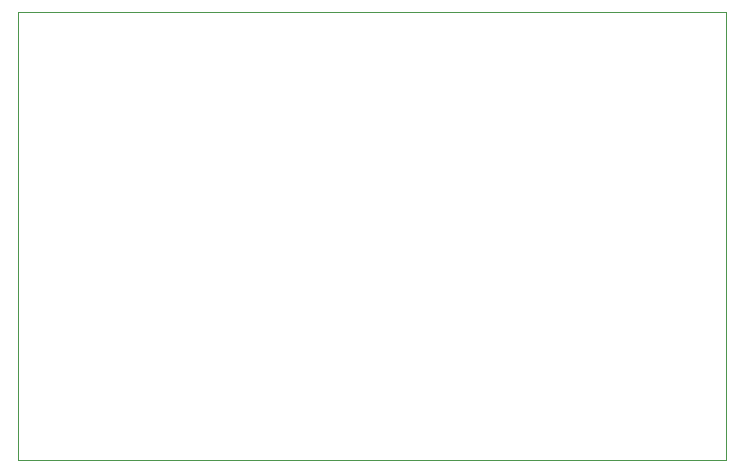
<source format=gbr>
%TF.GenerationSoftware,KiCad,Pcbnew,7.0.2*%
%TF.CreationDate,2023-05-24T11:08:55-03:00*%
%TF.ProjectId,Fonte-de-corrente-SWLS_V0,466f6e74-652d-4646-952d-636f7272656e,rev?*%
%TF.SameCoordinates,Original*%
%TF.FileFunction,Profile,NP*%
%FSLAX46Y46*%
G04 Gerber Fmt 4.6, Leading zero omitted, Abs format (unit mm)*
G04 Created by KiCad (PCBNEW 7.0.2) date 2023-05-24 11:08:55*
%MOMM*%
%LPD*%
G01*
G04 APERTURE LIST*
%TA.AperFunction,Profile*%
%ADD10C,0.100000*%
%TD*%
G04 APERTURE END LIST*
D10*
X12065000Y-32258000D02*
X72009000Y-32258000D01*
X72009000Y-70231000D01*
X12065000Y-70231000D01*
X12065000Y-32258000D01*
M02*

</source>
